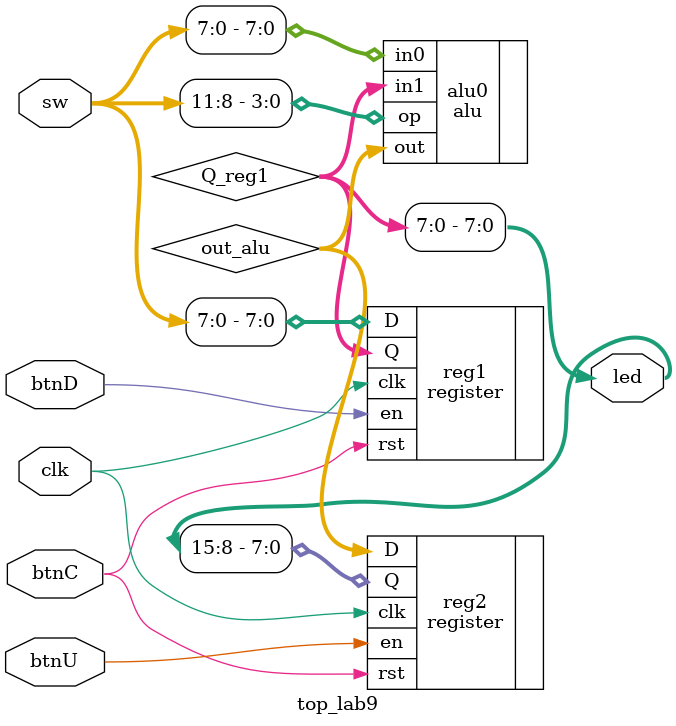
<source format=sv>
`timescale 1ns / 1ps


module top_lab9(
    input btnU,
    input btnD,
    input [11:0] sw,
    input clk,
    input btnC,
    output [15:0] led
    );
    
    wire [7:0] Q_reg1, out_alu;
    
    register #(.N(8)) reg1(
        .D(sw[7:0]), .en(btnD), .clk(clk), .rst(btnC), 
        .Q(Q_reg1)
    );
    
    alu #(.N(8)) alu0 (
        .in1(Q_reg1), .in0(sw[7:0]), .op(sw[11:8]),
        .out(out_alu)
    );
    
    register #(.N(8)) reg2(
        .D(out_alu), .en(btnU), .clk(clk), .rst(btnC), 
        .Q(led[15:8])
    );
    
    assign led[7:0] = Q_reg1;
    
endmodule

</source>
